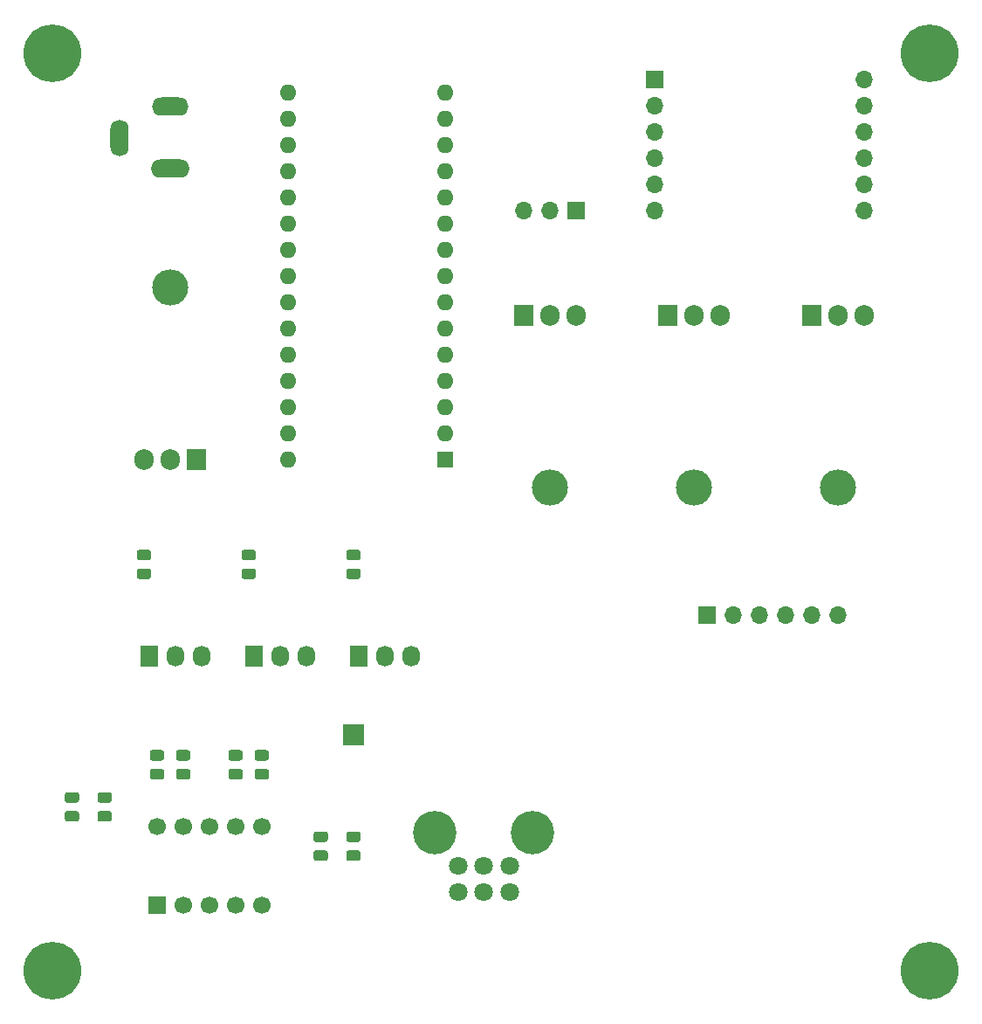
<source format=gbr>
%TF.GenerationSoftware,KiCad,Pcbnew,(5.1.10)-1*%
%TF.CreationDate,2021-06-07T21:45:38+02:00*%
%TF.ProjectId,SteuerungPCB,53746575-6572-4756-9e67-5043422e6b69,rev?*%
%TF.SameCoordinates,Original*%
%TF.FileFunction,Soldermask,Top*%
%TF.FilePolarity,Negative*%
%FSLAX46Y46*%
G04 Gerber Fmt 4.6, Leading zero omitted, Abs format (unit mm)*
G04 Created by KiCad (PCBNEW (5.1.10)-1) date 2021-06-07 21:45:38*
%MOMM*%
%LPD*%
G01*
G04 APERTURE LIST*
%ADD10O,1.778000X3.556000*%
%ADD11O,3.756000X1.778000*%
%ADD12O,3.556000X1.778000*%
%ADD13C,1.800000*%
%ADD14C,4.200000*%
%ADD15O,1.700000X1.700000*%
%ADD16R,1.700000X1.700000*%
%ADD17C,1.700000*%
%ADD18C,5.600000*%
%ADD19R,2.000000X2.000000*%
%ADD20O,3.500000X3.500000*%
%ADD21R,1.905000X2.000000*%
%ADD22O,1.905000X2.000000*%
%ADD23O,1.730000X2.030000*%
%ADD24R,1.730000X2.030000*%
%ADD25R,1.600000X1.600000*%
%ADD26O,1.600000X1.600000*%
G04 APERTURE END LIST*
D10*
%TO.C,Vin1*%
X90350000Y-23450000D03*
D11*
X95250000Y-26400000D03*
D12*
X95250000Y-20400000D03*
%TD*%
D13*
%TO.C,RV1*%
X128190000Y-96520000D03*
X125690000Y-96520000D03*
X123190000Y-96520000D03*
X128190000Y-94020000D03*
X125690000Y-94020000D03*
X123190000Y-94020000D03*
D14*
X130440000Y-90720000D03*
X120940000Y-90720000D03*
%TD*%
D15*
%TO.C,USR-ES1_W5500*%
X162560000Y-30480000D03*
X142240000Y-30480000D03*
X162560000Y-27940000D03*
X142240000Y-27940000D03*
X162560000Y-25400000D03*
X142240000Y-25400000D03*
X162560000Y-22860000D03*
X142240000Y-22860000D03*
X162560000Y-20320000D03*
X142240000Y-20320000D03*
X162560000Y-17780000D03*
D16*
X142240000Y-17780000D03*
%TD*%
D17*
%TO.C,U2*%
X93980000Y-90170000D03*
X96520000Y-90170000D03*
X99060000Y-90170000D03*
X101600000Y-90170000D03*
X104140000Y-90170000D03*
X104140000Y-97790000D03*
X101600000Y-97790000D03*
X99060000Y-97790000D03*
X96520000Y-97790000D03*
D16*
X93980000Y-97790000D03*
%TD*%
D18*
%TO.C,REF\u002A\u002A*%
X168910000Y-15240000D03*
%TD*%
%TO.C,REF\u002A\u002A*%
X168910000Y-104140000D03*
%TD*%
%TO.C,REF\u002A\u002A*%
X83820000Y-104140000D03*
%TD*%
%TO.C,REF\u002A\u002A*%
X83820000Y-15240000D03*
%TD*%
%TO.C,R11*%
G36*
G01*
X112579998Y-65170000D02*
X113480002Y-65170000D01*
G75*
G02*
X113730000Y-65419998I0J-249998D01*
G01*
X113730000Y-65945002D01*
G75*
G02*
X113480002Y-66195000I-249998J0D01*
G01*
X112579998Y-66195000D01*
G75*
G02*
X112330000Y-65945002I0J249998D01*
G01*
X112330000Y-65419998D01*
G75*
G02*
X112579998Y-65170000I249998J0D01*
G01*
G37*
G36*
G01*
X112579998Y-63345000D02*
X113480002Y-63345000D01*
G75*
G02*
X113730000Y-63594998I0J-249998D01*
G01*
X113730000Y-64120002D01*
G75*
G02*
X113480002Y-64370000I-249998J0D01*
G01*
X112579998Y-64370000D01*
G75*
G02*
X112330000Y-64120002I0J249998D01*
G01*
X112330000Y-63594998D01*
G75*
G02*
X112579998Y-63345000I249998J0D01*
G01*
G37*
%TD*%
%TO.C,R10*%
G36*
G01*
X93160002Y-64370000D02*
X92259998Y-64370000D01*
G75*
G02*
X92010000Y-64120002I0J249998D01*
G01*
X92010000Y-63594998D01*
G75*
G02*
X92259998Y-63345000I249998J0D01*
G01*
X93160002Y-63345000D01*
G75*
G02*
X93410000Y-63594998I0J-249998D01*
G01*
X93410000Y-64120002D01*
G75*
G02*
X93160002Y-64370000I-249998J0D01*
G01*
G37*
G36*
G01*
X93160002Y-66195000D02*
X92259998Y-66195000D01*
G75*
G02*
X92010000Y-65945002I0J249998D01*
G01*
X92010000Y-65419998D01*
G75*
G02*
X92259998Y-65170000I249998J0D01*
G01*
X93160002Y-65170000D01*
G75*
G02*
X93410000Y-65419998I0J-249998D01*
G01*
X93410000Y-65945002D01*
G75*
G02*
X93160002Y-66195000I-249998J0D01*
G01*
G37*
%TD*%
%TO.C,R9*%
G36*
G01*
X103320002Y-64370000D02*
X102419998Y-64370000D01*
G75*
G02*
X102170000Y-64120002I0J249998D01*
G01*
X102170000Y-63594998D01*
G75*
G02*
X102419998Y-63345000I249998J0D01*
G01*
X103320002Y-63345000D01*
G75*
G02*
X103570000Y-63594998I0J-249998D01*
G01*
X103570000Y-64120002D01*
G75*
G02*
X103320002Y-64370000I-249998J0D01*
G01*
G37*
G36*
G01*
X103320002Y-66195000D02*
X102419998Y-66195000D01*
G75*
G02*
X102170000Y-65945002I0J249998D01*
G01*
X102170000Y-65419998D01*
G75*
G02*
X102419998Y-65170000I249998J0D01*
G01*
X103320002Y-65170000D01*
G75*
G02*
X103570000Y-65419998I0J-249998D01*
G01*
X103570000Y-65945002D01*
G75*
G02*
X103320002Y-66195000I-249998J0D01*
G01*
G37*
%TD*%
%TO.C,R8*%
G36*
G01*
X112579998Y-92475000D02*
X113480002Y-92475000D01*
G75*
G02*
X113730000Y-92724998I0J-249998D01*
G01*
X113730000Y-93250002D01*
G75*
G02*
X113480002Y-93500000I-249998J0D01*
G01*
X112579998Y-93500000D01*
G75*
G02*
X112330000Y-93250002I0J249998D01*
G01*
X112330000Y-92724998D01*
G75*
G02*
X112579998Y-92475000I249998J0D01*
G01*
G37*
G36*
G01*
X112579998Y-90650000D02*
X113480002Y-90650000D01*
G75*
G02*
X113730000Y-90899998I0J-249998D01*
G01*
X113730000Y-91425002D01*
G75*
G02*
X113480002Y-91675000I-249998J0D01*
G01*
X112579998Y-91675000D01*
G75*
G02*
X112330000Y-91425002I0J249998D01*
G01*
X112330000Y-90899998D01*
G75*
G02*
X112579998Y-90650000I249998J0D01*
G01*
G37*
%TD*%
%TO.C,R7*%
G36*
G01*
X102050002Y-83777500D02*
X101149998Y-83777500D01*
G75*
G02*
X100900000Y-83527502I0J249998D01*
G01*
X100900000Y-83002498D01*
G75*
G02*
X101149998Y-82752500I249998J0D01*
G01*
X102050002Y-82752500D01*
G75*
G02*
X102300000Y-83002498I0J-249998D01*
G01*
X102300000Y-83527502D01*
G75*
G02*
X102050002Y-83777500I-249998J0D01*
G01*
G37*
G36*
G01*
X102050002Y-85602500D02*
X101149998Y-85602500D01*
G75*
G02*
X100900000Y-85352502I0J249998D01*
G01*
X100900000Y-84827498D01*
G75*
G02*
X101149998Y-84577500I249998J0D01*
G01*
X102050002Y-84577500D01*
G75*
G02*
X102300000Y-84827498I0J-249998D01*
G01*
X102300000Y-85352502D01*
G75*
G02*
X102050002Y-85602500I-249998J0D01*
G01*
G37*
%TD*%
%TO.C,R6*%
G36*
G01*
X104590002Y-83777500D02*
X103689998Y-83777500D01*
G75*
G02*
X103440000Y-83527502I0J249998D01*
G01*
X103440000Y-83002498D01*
G75*
G02*
X103689998Y-82752500I249998J0D01*
G01*
X104590002Y-82752500D01*
G75*
G02*
X104840000Y-83002498I0J-249998D01*
G01*
X104840000Y-83527502D01*
G75*
G02*
X104590002Y-83777500I-249998J0D01*
G01*
G37*
G36*
G01*
X104590002Y-85602500D02*
X103689998Y-85602500D01*
G75*
G02*
X103440000Y-85352502I0J249998D01*
G01*
X103440000Y-84827498D01*
G75*
G02*
X103689998Y-84577500I249998J0D01*
G01*
X104590002Y-84577500D01*
G75*
G02*
X104840000Y-84827498I0J-249998D01*
G01*
X104840000Y-85352502D01*
G75*
G02*
X104590002Y-85602500I-249998J0D01*
G01*
G37*
%TD*%
%TO.C,R5*%
G36*
G01*
X110305002Y-91675000D02*
X109404998Y-91675000D01*
G75*
G02*
X109155000Y-91425002I0J249998D01*
G01*
X109155000Y-90899998D01*
G75*
G02*
X109404998Y-90650000I249998J0D01*
G01*
X110305002Y-90650000D01*
G75*
G02*
X110555000Y-90899998I0J-249998D01*
G01*
X110555000Y-91425002D01*
G75*
G02*
X110305002Y-91675000I-249998J0D01*
G01*
G37*
G36*
G01*
X110305002Y-93500000D02*
X109404998Y-93500000D01*
G75*
G02*
X109155000Y-93250002I0J249998D01*
G01*
X109155000Y-92724998D01*
G75*
G02*
X109404998Y-92475000I249998J0D01*
G01*
X110305002Y-92475000D01*
G75*
G02*
X110555000Y-92724998I0J-249998D01*
G01*
X110555000Y-93250002D01*
G75*
G02*
X110305002Y-93500000I-249998J0D01*
G01*
G37*
%TD*%
%TO.C,R4*%
G36*
G01*
X88449998Y-88665000D02*
X89350002Y-88665000D01*
G75*
G02*
X89600000Y-88914998I0J-249998D01*
G01*
X89600000Y-89440002D01*
G75*
G02*
X89350002Y-89690000I-249998J0D01*
G01*
X88449998Y-89690000D01*
G75*
G02*
X88200000Y-89440002I0J249998D01*
G01*
X88200000Y-88914998D01*
G75*
G02*
X88449998Y-88665000I249998J0D01*
G01*
G37*
G36*
G01*
X88449998Y-86840000D02*
X89350002Y-86840000D01*
G75*
G02*
X89600000Y-87089998I0J-249998D01*
G01*
X89600000Y-87615002D01*
G75*
G02*
X89350002Y-87865000I-249998J0D01*
G01*
X88449998Y-87865000D01*
G75*
G02*
X88200000Y-87615002I0J249998D01*
G01*
X88200000Y-87089998D01*
G75*
G02*
X88449998Y-86840000I249998J0D01*
G01*
G37*
%TD*%
%TO.C,R3*%
G36*
G01*
X85274998Y-88665000D02*
X86175002Y-88665000D01*
G75*
G02*
X86425000Y-88914998I0J-249998D01*
G01*
X86425000Y-89440002D01*
G75*
G02*
X86175002Y-89690000I-249998J0D01*
G01*
X85274998Y-89690000D01*
G75*
G02*
X85025000Y-89440002I0J249998D01*
G01*
X85025000Y-88914998D01*
G75*
G02*
X85274998Y-88665000I249998J0D01*
G01*
G37*
G36*
G01*
X85274998Y-86840000D02*
X86175002Y-86840000D01*
G75*
G02*
X86425000Y-87089998I0J-249998D01*
G01*
X86425000Y-87615002D01*
G75*
G02*
X86175002Y-87865000I-249998J0D01*
G01*
X85274998Y-87865000D01*
G75*
G02*
X85025000Y-87615002I0J249998D01*
G01*
X85025000Y-87089998D01*
G75*
G02*
X85274998Y-86840000I249998J0D01*
G01*
G37*
%TD*%
%TO.C,R2*%
G36*
G01*
X94430002Y-83777500D02*
X93529998Y-83777500D01*
G75*
G02*
X93280000Y-83527502I0J249998D01*
G01*
X93280000Y-83002498D01*
G75*
G02*
X93529998Y-82752500I249998J0D01*
G01*
X94430002Y-82752500D01*
G75*
G02*
X94680000Y-83002498I0J-249998D01*
G01*
X94680000Y-83527502D01*
G75*
G02*
X94430002Y-83777500I-249998J0D01*
G01*
G37*
G36*
G01*
X94430002Y-85602500D02*
X93529998Y-85602500D01*
G75*
G02*
X93280000Y-85352502I0J249998D01*
G01*
X93280000Y-84827498D01*
G75*
G02*
X93529998Y-84577500I249998J0D01*
G01*
X94430002Y-84577500D01*
G75*
G02*
X94680000Y-84827498I0J-249998D01*
G01*
X94680000Y-85352502D01*
G75*
G02*
X94430002Y-85602500I-249998J0D01*
G01*
G37*
%TD*%
%TO.C,R1*%
G36*
G01*
X96069998Y-84577500D02*
X96970002Y-84577500D01*
G75*
G02*
X97220000Y-84827498I0J-249998D01*
G01*
X97220000Y-85352502D01*
G75*
G02*
X96970002Y-85602500I-249998J0D01*
G01*
X96069998Y-85602500D01*
G75*
G02*
X95820000Y-85352502I0J249998D01*
G01*
X95820000Y-84827498D01*
G75*
G02*
X96069998Y-84577500I249998J0D01*
G01*
G37*
G36*
G01*
X96069998Y-82752500D02*
X96970002Y-82752500D01*
G75*
G02*
X97220000Y-83002498I0J-249998D01*
G01*
X97220000Y-83527502D01*
G75*
G02*
X96970002Y-83777500I-249998J0D01*
G01*
X96069998Y-83777500D01*
G75*
G02*
X95820000Y-83527502I0J249998D01*
G01*
X95820000Y-83002498D01*
G75*
G02*
X96069998Y-82752500I249998J0D01*
G01*
G37*
%TD*%
D19*
%TO.C,TP_Tacho_3*%
X113030000Y-81280000D03*
%TD*%
D20*
%TO.C,U1*%
X95250000Y-37950000D03*
D21*
X97790000Y-54610000D03*
D22*
X95250000Y-54610000D03*
X92710000Y-54610000D03*
%TD*%
D20*
%TO.C,Q3*%
X160020000Y-57300000D03*
D21*
X157480000Y-40640000D03*
D22*
X160020000Y-40640000D03*
X162560000Y-40640000D03*
%TD*%
D20*
%TO.C,Q2*%
X146050000Y-57300000D03*
D21*
X143510000Y-40640000D03*
D22*
X146050000Y-40640000D03*
X148590000Y-40640000D03*
%TD*%
D20*
%TO.C,Q1*%
X132080000Y-57300000D03*
D21*
X129540000Y-40640000D03*
D22*
X132080000Y-40640000D03*
X134620000Y-40640000D03*
%TD*%
D23*
%TO.C,M3*%
X118610000Y-73660000D03*
X116070000Y-73660000D03*
D24*
X113530000Y-73660000D03*
%TD*%
D15*
%TO.C,U3*%
X129540000Y-30480000D03*
X132080000Y-30480000D03*
D16*
X134620000Y-30480000D03*
%TD*%
D23*
%TO.C,M2*%
X108450000Y-73660000D03*
X105910000Y-73660000D03*
D24*
X103370000Y-73660000D03*
%TD*%
D23*
%TO.C,M1*%
X98290000Y-73660000D03*
X95750000Y-73660000D03*
D24*
X93210000Y-73660000D03*
%TD*%
D15*
%TO.C,J1*%
X160020000Y-69640000D03*
X157480000Y-69640000D03*
X154940000Y-69640000D03*
X152400000Y-69640000D03*
X149860000Y-69640000D03*
D16*
X147320000Y-69640000D03*
%TD*%
D25*
%TO.C,A1*%
X121920000Y-54610000D03*
D26*
X106680000Y-21590000D03*
X121920000Y-52070000D03*
X106680000Y-24130000D03*
X121920000Y-49530000D03*
X106680000Y-26670000D03*
X121920000Y-46990000D03*
X106680000Y-29210000D03*
X121920000Y-44450000D03*
X106680000Y-31750000D03*
X121920000Y-41910000D03*
X106680000Y-34290000D03*
X121920000Y-39370000D03*
X106680000Y-36830000D03*
X121920000Y-36830000D03*
X106680000Y-39370000D03*
X121920000Y-34290000D03*
X106680000Y-41910000D03*
X121920000Y-31750000D03*
X106680000Y-44450000D03*
X121920000Y-29210000D03*
X106680000Y-46990000D03*
X121920000Y-26670000D03*
X106680000Y-49530000D03*
X121920000Y-24130000D03*
X106680000Y-52070000D03*
X121920000Y-21590000D03*
X106680000Y-54610000D03*
X121920000Y-19050000D03*
X106680000Y-19050000D03*
%TD*%
M02*

</source>
